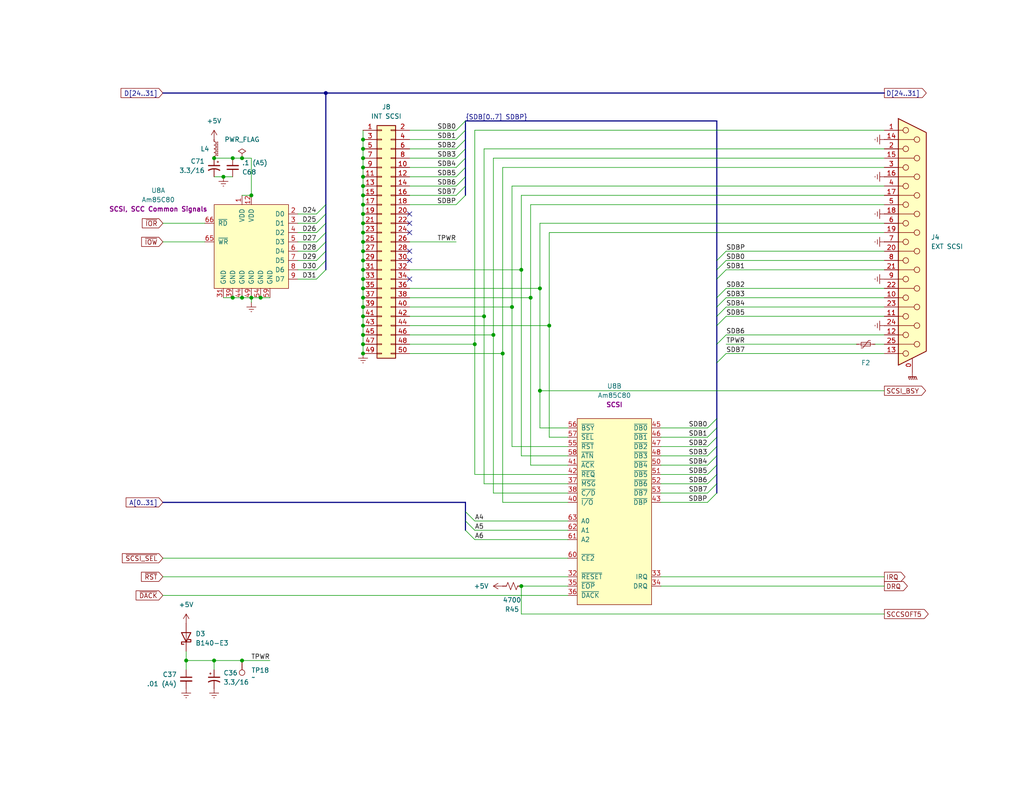
<source format=kicad_sch>
(kicad_sch (version 20250114) (generator "eeschema") (generator_version "9.0")
  (paper "USLetter")
  (title_block (title "Macintosh Classic II") (date "2025-05-29") (company "Apple Computer") (comment 1 "drawn by Bradley Bell"))
  (lib_symbols
    (symbol "Connector:DB25_Socket_MountingHoles" (pin_names (offset 1.016) (hide yes))
      (property "Reference" "J" (at 0 36.83 0))
      (property "Value" "DB25_Socket_MountingHoles" (at 0 34.925 0))
      (symbol "DB25_Socket_MountingHoles_0_1"
        (polyline (pts (xy -3.81 33.655) (xy 3.81 29.845) (xy 3.81 -29.845) (xy -3.81 -33.655) (xy -3.81 33.655)) (stroke (width 0.254)) (fill (type background)))
        (polyline (pts (xy -3.81 30.48) (xy -2.54 30.48)))
        (polyline (pts (xy -3.81 27.94) (xy 0.508 27.94)))
        (polyline (pts (xy -3.81 25.4) (xy -2.54 25.4)))
        (polyline (pts (xy -3.81 22.86) (xy 0.508 22.86)))
        (polyline (pts (xy -3.81 20.32) (xy -2.54 20.32)))
        (polyline (pts (xy -3.81 17.78) (xy 0.508 17.78)))
        (polyline (pts (xy -3.81 15.24) (xy -2.54 15.24)))
        (polyline (pts (xy -3.81 12.7) (xy 0.508 12.7)))
        (polyline (pts (xy -3.81 10.16) (xy -2.54 10.16)))
        (polyline (pts (xy -3.81 7.62) (xy 0.508 7.62)))
        (polyline (pts (xy -3.81 5.08) (xy -2.54 5.08)))
        (polyline (pts (xy -3.81 2.54) (xy 0.508 2.54)))
        (polyline (pts (xy -3.81 0) (xy -2.54 0)))
        (polyline (pts (xy -3.81 -2.54) (xy 0.508 -2.54)))
        (polyline (pts (xy -3.81 -5.08) (xy -2.54 -5.08)))
        (polyline (pts (xy -3.81 -7.62) (xy 0.508 -7.62)))
        (polyline (pts (xy -3.81 -10.16) (xy -2.54 -10.16)))
        (polyline (pts (xy -3.81 -12.7) (xy 0.508 -12.7)))
        (polyline (pts (xy -3.81 -15.24) (xy -2.54 -15.24)))
        (polyline (pts (xy -3.81 -17.78) (xy 0.508 -17.78)))
        (polyline (pts (xy -3.81 -20.32) (xy -2.54 -20.32)))
        (polyline (pts (xy -3.81 -22.86) (xy 0.508 -22.86)))
        (polyline (pts (xy -3.81 -25.4) (xy -2.54 -25.4)))
        (polyline (pts (xy -3.81 -27.94) (xy 0.508 -27.94)))
        (polyline (pts (xy -3.81 -30.48) (xy -2.54 -30.48)))
        (circle (center -1.778 30.48) (radius 0.762))
        (circle (center -1.778 25.4) (radius 0.762))
        (circle (center -1.778 20.32) (radius 0.762))
        (circle (center -1.778 15.24) (radius 0.762))
        (circle (center -1.778 10.16) (radius 0.762))
        (circle (center -1.778 5.08) (radius 0.762))
        (circle (center -1.778 0) (radius 0.762))
        (circle (center -1.778 -5.08) (radius 0.762))
        (circle (center -1.778 -10.16) (radius 0.762))
        (circle (center -1.778 -15.24) (radius 0.762))
        (circle (center -1.778 -20.32) (radius 0.762))
        (circle (center -1.778 -25.4) (radius 0.762))
        (circle (center -1.778 -30.48) (radius 0.762))
        (circle (center 1.27 27.94) (radius 0.762))
        (circle (center 1.27 22.86) (radius 0.762))
        (circle (center 1.27 17.78) (radius 0.762))
        (circle (center 1.27 12.7) (radius 0.762))
        (circle (center 1.27 7.62) (radius 0.762))
        (circle (center 1.27 2.54) (radius 0.762))
        (circle (center 1.27 -2.54) (radius 0.762))
        (circle (center 1.27 -7.62) (radius 0.762))
        (circle (center 1.27 -12.7) (radius 0.762))
        (circle (center 1.27 -17.78) (radius 0.762))
        (circle (center 1.27 -22.86) (radius 0.762))
        (circle (center 1.27 -27.94) (radius 0.762))
      )
      (symbol "DB25_Socket_MountingHoles_1_1"
        (pin passive line (at -7.62 30.48 0) (length 3.81) (name "1") (number "1"))
        (pin passive line (at -7.62 27.94 0) (length 3.81) (name "P14") (number "14"))
        (pin passive line (at -7.62 25.4 0) (length 3.81) (name "2") (number "2"))
        (pin passive line (at -7.62 22.86 0) (length 3.81) (name "P15") (number "15"))
        (pin passive line (at -7.62 20.32 0) (length 3.81) (name "3") (number "3"))
        (pin passive line (at -7.62 17.78 0) (length 3.81) (name "P16") (number "16"))
        (pin passive line (at -7.62 15.24 0) (length 3.81) (name "4") (number "4"))
        (pin passive line (at -7.62 12.7 0) (length 3.81) (name "P17") (number "17"))
        (pin passive line (at -7.62 10.16 0) (length 3.81) (name "5") (number "5"))
        (pin passive line (at -7.62 7.62 0) (length 3.81) (name "P18") (number "18"))
        (pin passive line (at -7.62 5.08 0) (length 3.81) (name "6") (number "6"))
        (pin passive line (at -7.62 2.54 0) (length 3.81) (name "P19") (number "19"))
        (pin passive line (at -7.62 0 0) (length 3.81) (name "7") (number "7"))
        (pin passive line (at -7.62 -2.54 0) (length 3.81) (name "P20") (number "20"))
        (pin passive line (at -7.62 -5.08 0) (length 3.81) (name "8") (number "8"))
        (pin passive line (at -7.62 -7.62 0) (length 3.81) (name "P21") (number "21"))
        (pin passive line (at -7.62 -10.16 0) (length 3.81) (name "9") (number "9"))
        (pin passive line (at -7.62 -12.7 0) (length 3.81) (name "P22") (number "22"))
        (pin passive line (at -7.62 -15.24 0) (length 3.81) (name "10") (number "10"))
        (pin passive line (at -7.62 -17.78 0) (length 3.81) (name "P23") (number "23"))
        (pin passive line (at -7.62 -20.32 0) (length 3.81) (name "11") (number "11"))
        (pin passive line (at -7.62 -22.86 0) (length 3.81) (name "P24") (number "24"))
        (pin passive line (at -7.62 -25.4 0) (length 3.81) (name "12") (number "12"))
        (pin passive line (at -7.62 -27.94 0) (length 3.81) (name "P25") (number "25"))
        (pin passive line (at -7.62 -30.48 0) (length 3.81) (name "13") (number "13"))
        (pin passive line (at 0 -35.56 90) (length 3.81) (name "PAD") (number "0"))
      )
    )
    (symbol "Connector:TestPoint" (pin_numbers (hide yes)) (pin_names (offset 0.762) (hide yes))
      (property "Reference" "TP" (at 0 6.858 0))
      (property "Value" "TestPoint" (at 0 5.08 0))
      (symbol "TestPoint_0_1"
        (circle (center 0 3.302) (radius 0.762))
      )
      (symbol "TestPoint_1_1"
        (pin passive line (at 0 0 90) (length 2.54) (name "1") (number "1"))
      )
    )
    (symbol "Connector_Generic:Conn_02x25_Odd_Even" (pin_names (offset 1.016) (hide yes))
      (property "Reference" "J" (at 1.27 33.02 0))
      (property "Value" "Conn_02x25_Odd_Even" (at 1.27 -33.02 0))
      (symbol "Conn_02x25_Odd_Even_1_1"
        (rectangle (start -1.27 31.75) (end 3.81 -31.75) (stroke (width 0.254)) (fill (type background)))
        (rectangle (start -1.27 30.607) (end 0 30.353) (stroke (width 0.1524)))
        (rectangle (start -1.27 28.067) (end 0 27.813) (stroke (width 0.1524)))
        (rectangle (start -1.27 25.527) (end 0 25.273) (stroke (width 0.1524)))
        (rectangle (start -1.27 22.987) (end 0 22.733) (stroke (width 0.1524)))
        (rectangle (start -1.27 20.447) (end 0 20.193) (stroke (width 0.1524)))
        (rectangle (start -1.27 17.907) (end 0 17.653) (stroke (width 0.1524)))
        (rectangle (start -1.27 15.367) (end 0 15.113) (stroke (width 0.1524)))
        (rectangle (start -1.27 12.827) (end 0 12.573) (stroke (width 0.1524)))
        (rectangle (start -1.27 10.287) (end 0 10.033) (stroke (width 0.1524)))
        (rectangle (start -1.27 7.747) (end 0 7.493) (stroke (width 0.1524)))
        (rectangle (start -1.27 5.207) (end 0 4.953) (stroke (width 0.1524)))
        (rectangle (start -1.27 2.667) (end 0 2.413) (stroke (width 0.1524)))
        (rectangle (start -1.27 0.127) (end 0 -0.127) (stroke (width 0.1524)))
        (rectangle (start -1.27 -2.413) (end 0 -2.667) (stroke (width 0.1524)))
        (rectangle (start -1.27 -4.953) (end 0 -5.207) (stroke (width 0.1524)))
        (rectangle (start -1.27 -7.493) (end 0 -7.747) (stroke (width 0.1524)))
        (rectangle (start -1.27 -10.033) (end 0 -10.287) (stroke (width 0.1524)))
        (rectangle (start -1.27 -12.573) (end 0 -12.827) (stroke (width 0.1524)))
        (rectangle (start -1.27 -15.113) (end 0 -15.367) (stroke (width 0.1524)))
        (rectangle (start -1.27 -17.653) (end 0 -17.907) (stroke (width 0.1524)))
        (rectangle (start -1.27 -20.193) (end 0 -20.447) (stroke (width 0.1524)))
        (rectangle (start -1.27 -22.733) (end 0 -22.987) (stroke (width 0.1524)))
        (rectangle (start -1.27 -25.273) (end 0 -25.527) (stroke (width 0.1524)))
        (rectangle (start -1.27 -27.813) (end 0 -28.067) (stroke (width 0.1524)))
        (rectangle (start -1.27 -30.353) (end 0 -30.607) (stroke (width 0.1524)))
        (rectangle (start 3.81 30.607) (end 2.54 30.353) (stroke (width 0.1524)))
        (rectangle (start 3.81 28.067) (end 2.54 27.813) (stroke (width 0.1524)))
        (rectangle (start 3.81 25.527) (end 2.54 25.273) (stroke (width 0.1524)))
        (rectangle (start 3.81 22.987) (end 2.54 22.733) (stroke (width 0.1524)))
        (rectangle (start 3.81 20.447) (end 2.54 20.193) (stroke (width 0.1524)))
        (rectangle (start 3.81 17.907) (end 2.54 17.653) (stroke (width 0.1524)))
        (rectangle (start 3.81 15.367) (end 2.54 15.113) (stroke (width 0.1524)))
        (rectangle (start 3.81 12.827) (end 2.54 12.573) (stroke (width 0.1524)))
        (rectangle (start 3.81 10.287) (end 2.54 10.033) (stroke (width 0.1524)))
        (rectangle (start 3.81 7.747) (end 2.54 7.493) (stroke (width 0.1524)))
        (rectangle (start 3.81 5.207) (end 2.54 4.953) (stroke (width 0.1524)))
        (rectangle (start 3.81 2.667) (end 2.54 2.413) (stroke (width 0.1524)))
        (rectangle (start 3.81 0.127) (end 2.54 -0.127) (stroke (width 0.1524)))
        (rectangle (start 3.81 -2.413) (end 2.54 -2.667) (stroke (width 0.1524)))
        (rectangle (start 3.81 -4.953) (end 2.54 -5.207) (stroke (width 0.1524)))
        (rectangle (start 3.81 -7.493) (end 2.54 -7.747) (stroke (width 0.1524)))
        (rectangle (start 3.81 -10.033) (end 2.54 -10.287) (stroke (width 0.1524)))
        (rectangle (start 3.81 -12.573) (end 2.54 -12.827) (stroke (width 0.1524)))
        (rectangle (start 3.81 -15.113) (end 2.54 -15.367) (stroke (width 0.1524)))
        (rectangle (start 3.81 -17.653) (end 2.54 -17.907) (stroke (width 0.1524)))
        (rectangle (start 3.81 -20.193) (end 2.54 -20.447) (stroke (width 0.1524)))
        (rectangle (start 3.81 -22.733) (end 2.54 -22.987) (stroke (width 0.1524)))
        (rectangle (start 3.81 -25.273) (end 2.54 -25.527) (stroke (width 0.1524)))
        (rectangle (start 3.81 -27.813) (end 2.54 -28.067) (stroke (width 0.1524)))
        (rectangle (start 3.81 -30.353) (end 2.54 -30.607) (stroke (width 0.1524)))
        (pin passive line (at -5.08 30.48 0) (length 3.81) (name "Pin_1") (number "1"))
        (pin passive line (at -5.08 27.94 0) (length 3.81) (name "Pin_3") (number "3"))
        (pin passive line (at -5.08 25.4 0) (length 3.81) (name "Pin_5") (number "5"))
        (pin passive line (at -5.08 22.86 0) (length 3.81) (name "Pin_7") (number "7"))
        (pin passive line (at -5.08 20.32 0) (length 3.81) (name "Pin_9") (number "9"))
        (pin passive line (at -5.08 17.78 0) (length 3.81) (name "Pin_11") (number "11"))
        (pin passive line (at -5.08 15.24 0) (length 3.81) (name "Pin_13") (number "13"))
        (pin passive line (at -5.08 12.7 0) (length 3.81) (name "Pin_15") (number "15"))
        (pin passive line (at -5.08 10.16 0) (length 3.81) (name "Pin_17") (number "17"))
        (pin passive line (at -5.08 7.62 0) (length 3.81) (name "Pin_19") (number "19"))
        (pin passive line (at -5.08 5.08 0) (length 3.81) (name "Pin_21") (number "21"))
        (pin passive line (at -5.08 2.54 0) (length 3.81) (name "Pin_23") (number "23"))
        (pin passive line (at -5.08 0 0) (length 3.81) (name "Pin_25") (number "25"))
        (pin passive line (at -5.08 -2.54 0) (length 3.81) (name "Pin_27") (number "27"))
        (pin passive line (at -5.08 -5.08 0) (length 3.81) (name "Pin_29") (number "29"))
        (pin passive line (at -5.08 -7.62 0) (length 3.81) (name "Pin_31") (number "31"))
        (pin passive line (at -5.08 -10.16 0) (length 3.81) (name "Pin_33") (number "33"))
        (pin passive line (at -5.08 -12.7 0) (length 3.81) (name "Pin_35") (number "35"))
        (pin passive line (at -5.08 -15.24 0) (length 3.81) (name "Pin_37") (number "37"))
        (pin passive line (at -5.08 -17.78 0) (length 3.81) (name "Pin_39") (number "39"))
        (pin passive line (at -5.08 -20.32 0) (length 3.81) (name "Pin_41") (number "41"))
        (pin passive line (at -5.08 -22.86 0) (length 3.81) (name "Pin_43") (number "43"))
        (pin passive line (at -5.08 -25.4 0) (length 3.81) (name "Pin_45") (number "45"))
        (pin passive line (at -5.08 -27.94 0) (length 3.81) (name "Pin_47") (number "47"))
        (pin passive line (at -5.08 -30.48 0) (length 3.81) (name "Pin_49") (number "49"))
        (pin passive line (at 7.62 30.48 180) (length 3.81) (name "Pin_2") (number "2"))
        (pin passive line (at 7.62 27.94 180) (length 3.81) (name "Pin_4") (number "4"))
        (pin passive line (at 7.62 25.4 180) (length 3.81) (name "Pin_6") (number "6"))
        (pin passive line (at 7.62 22.86 180) (length 3.81) (name "Pin_8") (number "8"))
        (pin passive line (at 7.62 20.32 180) (length 3.81) (name "Pin_10") (number "10"))
        (pin passive line (at 7.62 17.78 180) (length 3.81) (name "Pin_12") (number "12"))
        (pin passive line (at 7.62 15.24 180) (length 3.81) (name "Pin_14") (number "14"))
        (pin passive line (at 7.62 12.7 180) (length 3.81) (name "Pin_16") (number "16"))
        (pin passive line (at 7.62 10.16 180) (length 3.81) (name "Pin_18") (number "18"))
        (pin passive line (at 7.62 7.62 180) (length 3.81) (name "Pin_20") (number "20"))
        (pin passive line (at 7.62 5.08 180) (length 3.81) (name "Pin_22") (number "22"))
        (pin passive line (at 7.62 2.54 180) (length 3.81) (name "Pin_24") (number "24"))
        (pin passive line (at 7.62 0 180) (length 3.81) (name "Pin_26") (number "26"))
        (pin passive line (at 7.62 -2.54 180) (length 3.81) (name "Pin_28") (number "28"))
        (pin passive line (at 7.62 -5.08 180) (length 3.81) (name "Pin_30") (number "30"))
        (pin passive line (at 7.62 -7.62 180) (length 3.81) (name "Pin_32") (number "32"))
        (pin passive line (at 7.62 -10.16 180) (length 3.81) (name "Pin_34") (number "34"))
        (pin passive line (at 7.62 -12.7 180) (length 3.81) (name "Pin_36") (number "36"))
        (pin passive line (at 7.62 -15.24 180) (length 3.81) (name "Pin_38") (number "38"))
        (pin passive line (at 7.62 -17.78 180) (length 3.81) (name "Pin_40") (number "40"))
        (pin passive line (at 7.62 -20.32 180) (length 3.81) (name "Pin_42") (number "42"))
        (pin passive line (at 7.62 -22.86 180) (length 3.81) (name "Pin_44") (number "44"))
        (pin passive line (at 7.62 -25.4 180) (length 3.81) (name "Pin_46") (number "46"))
        (pin passive line (at 7.62 -27.94 180) (length 3.81) (name "Pin_48") (number "48"))
        (pin passive line (at 7.62 -30.48 180) (length 3.81) (name "Pin_50") (number "50"))
      )
    )
    (symbol "Device:C_Polarized_Small_US" (pin_numbers (hide yes)) (pin_names (offset 0.254) (hide yes))
      (property "Reference" "C" (at 0.254 1.778 0))
      (property "Value" "C_Polarized_Small_US" (at 0.254 -2.032 0))
      (symbol "C_Polarized_Small_US_0_1"
        (polyline (pts (xy -1.524 0.508) (xy 1.524 0.508)) (stroke (width 0.3048)))
        (polyline (pts (xy -1.27 1.524) (xy -0.762 1.524)))
        (polyline (pts (xy -1.016 1.27) (xy -1.016 1.778)))
        (arc (start -1.524 -0.762) (mid 0 -0.3734) (end 1.524 -0.762) (stroke (width 0.3048)))
      )
      (symbol "C_Polarized_Small_US_1_1"
        (pin passive line (at 0 2.54 270) (length 2.032) (name "~") (number "1"))
        (pin passive line (at 0 -2.54 90) (length 2.032) (name "~") (number "2"))
      )
    )
    (symbol "Device:C_Small" (pin_numbers (hide yes)) (pin_names (offset 0.254) (hide yes))
      (property "Reference" "C" (at 0.254 1.778 0))
      (property "Value" "C_Small" (at 0.254 -2.032 0))
      (symbol "C_Small_0_1"
        (polyline (pts (xy -1.524 0.508) (xy 1.524 0.508)) (stroke (width 0.3048)))
        (polyline (pts (xy -1.524 -0.508) (xy 1.524 -0.508)) (stroke (width 0.3302)))
      )
      (symbol "C_Small_1_1"
        (pin passive line (at 0 2.54 270) (length 2.032) (name "~") (number "1"))
        (pin passive line (at 0 -2.54 90) (length 2.032) (name "~") (number "2"))
      )
    )
    (symbol "Device:L_Ferrite_Small" (pin_numbers (hide yes)) (pin_names (offset 0.254) (hide yes))
      (property "Reference" "L" (at 1.27 1.016 0))
      (property "Value" "L_Ferrite_Small" (at 1.27 -1.27 0))
      (symbol "L_Ferrite_Small_0_1"
        (arc (start 0 2.032) (mid 0.5058 1.524) (end 0 1.016))
        (arc (start 0 1.016) (mid 0.5058 0.508) (end 0 0))
        (arc (start 0 0) (mid 0.5058 -0.508) (end 0 -1.016))
        (arc (start 0 -1.016) (mid 0.5058 -1.524) (end 0 -2.032))
        (polyline (pts (xy 0.762 1.651) (xy 0.762 1.905)))
        (polyline (pts (xy 0.762 1.143) (xy 0.762 1.397)))
        (polyline (pts (xy 0.762 0.635) (xy 0.762 0.889)))
        (polyline (pts (xy 0.762 0.127) (xy 0.762 0.381)))
        (polyline (pts (xy 0.762 -0.381) (xy 0.762 -0.127)))
        (polyline (pts (xy 0.762 -0.889) (xy 0.762 -0.635)))
        (polyline (pts (xy 0.762 -1.397) (xy 0.762 -1.143)))
        (polyline (pts (xy 0.762 -1.905) (xy 0.762 -1.651)))
        (polyline (pts (xy 1.016 1.905) (xy 1.016 1.651)))
        (polyline (pts (xy 1.016 1.397) (xy 1.016 1.143)))
        (polyline (pts (xy 1.016 0.889) (xy 1.016 0.635)))
        (polyline (pts (xy 1.016 0.381) (xy 1.016 0.127)))
        (polyline (pts (xy 1.016 -0.127) (xy 1.016 -0.381)))
        (polyline (pts (xy 1.016 -0.635) (xy 1.016 -0.889)))
        (polyline (pts (xy 1.016 -1.143) (xy 1.016 -1.397)))
        (polyline (pts (xy 1.016 -1.651) (xy 1.016 -1.905)))
      )
      (symbol "L_Ferrite_Small_1_1"
        (pin passive line (at 0 2.54 270) (length 0.508) (name "~") (number "1"))
        (pin passive line (at 0 -2.54 90) (length 0.508) (name "~") (number "2"))
      )
    )
    (symbol "Device:Polyfuse_Small" (pin_numbers (hide yes)) (pin_names (offset 0))
      (property "Reference" "F" (at -1.905 0 90))
      (property "Value" "Polyfuse_Small" (at 1.905 0 90))
      (symbol "Polyfuse_Small_0_1"
        (polyline (pts (xy -1.016 1.27) (xy -1.016 0.762) (xy 1.016 -0.762) (xy 1.016 -1.27)))
        (rectangle (start -0.508 1.27) (end 0.508 -1.27))
        (polyline (pts (xy 0 2.54) (xy 0 -2.54)))
      )
      (symbol "Polyfuse_Small_1_1"
        (pin passive line (at 0 2.54 270) (length 0.635) (name "~") (number "1"))
        (pin passive line (at 0 -2.54 90) (length 0.635) (name "~") (number "2"))
      )
    )
    (symbol "Device:R_Small_US" (pin_numbers (hide yes)) (pin_names (offset 0.254) (hide yes))
      (property "Reference" "R" (at 0.762 0.508 0))
      (property "Value" "R_Small_US" (at 0.762 -1.016 0))
      (symbol "R_Small_US_1_1"
        (polyline (pts (xy 0 1.524) (xy 1.016 1.143) (xy 0 0.762) (xy -1.016 0.381) (xy 0 0)))
        (polyline (pts (xy 0 0) (xy 1.016 -0.381) (xy 0 -0.762) (xy -1.016 -1.143) (xy 0 -1.524)))
        (pin passive line (at 0 2.54 270) (length 1.016) (name "~") (number "1"))
        (pin passive line (at 0 -2.54 90) (length 1.016) (name "~") (number "2"))
      )
    )
    (symbol "Diode:B140-E3" (pin_numbers (hide yes)) (pin_names (hide yes))
      (property "Reference" "D" (at 0 2.54 0))
      (property "Value" "B140-E3" (at 0 -2.54 0))
      (symbol "B140-E3_0_1"
        (polyline (pts (xy -1.905 0.635) (xy -1.905 1.27) (xy -1.27 1.27) (xy -1.27 -1.27) (xy -0.635 -1.27) (xy -0.635 -0.635)) (stroke (width 0.254)))
        (polyline (pts (xy 1.27 1.27) (xy 1.27 -1.27) (xy -1.27 0) (xy 1.27 1.27)) (stroke (width 0.254)))
        (polyline (pts (xy 1.27 0) (xy -1.27 0)))
      )
      (symbol "B140-E3_1_1"
        (pin passive line (at -3.81 0 0) (length 2.54) (name "K") (number "1"))
        (pin passive line (at 3.81 0 180) (length 2.54) (name "A") (number "2"))
      )
    )
    (symbol "MyInterface:Am85C80" (pin_names (offset 1.016))
      (property "Reference" "U" (at -8.89 26.924 0))
      (property "Value" "Am85C80" (at 11.684 26.924 0))
      (symbol "Am85C80_1_1"
        (rectangle (start -10.16 12.7) (end 10.16 -10.16) (fill (type background)))
        (pin input line (at -12.7 7.62 0) (length 2.54) (name "~{RD}") (number "66"))
        (pin input line (at -12.7 2.54 0) (length 2.54) (name "~{WR}") (number "65"))
        (pin power_in line (at -7.62 -12.7 90) (length 2.54) (name "GND") (number "31"))
        (pin power_in line (at -5.08 -12.7 90) (length 2.54) (name "GND") (number "39"))
        (pin power_in line (at -2.54 15.24 270) (length 2.54) (name "VDD") (number "1"))
        (pin power_in line (at -2.54 -12.7 90) (length 2.54) (name "GND") (number "44"))
        (pin power_in line (at 0 15.24 270) (length 2.54) (name "VDD") (number "12"))
        (pin power_in line (at 0 -12.7 90) (length 2.54) (name "GND") (number "49"))
        (pin power_in line (at 2.54 -12.7 90) (length 2.54) (name "GND") (number "54"))
        (pin power_in line (at 5.08 -12.7 90) (length 2.54) (name "GND") (number "59"))
        (pin bidirectional line (at 12.7 10.16 180) (length 2.54) (name "D0") (number "2"))
        (pin bidirectional line (at 12.7 7.62 180) (length 2.54) (name "D1") (number "3"))
        (pin bidirectional line (at 12.7 5.08 180) (length 2.54) (name "D2") (number "4"))
        (pin bidirectional line (at 12.7 2.54 180) (length 2.54) (name "D3") (number "5"))
        (pin bidirectional line (at 12.7 0 180) (length 2.54) (name "D4") (number "6"))
        (pin bidirectional line (at 12.7 -2.54 180) (length 2.54) (name "D5") (number "7"))
        (pin bidirectional line (at 12.7 -5.08 180) (length 2.54) (name "D6") (number "8"))
        (pin bidirectional line (at 12.7 -7.62 180) (length 2.54) (name "D7") (number "9"))
      )
      (symbol "Am85C80_2_1"
        (rectangle (start -10.16 25.4) (end 10.16 -25.4) (fill (type background)))
        (pin bidirectional line (at -12.7 22.86 0) (length 2.54) (name "~{BSY}") (number "56"))
        (pin bidirectional line (at -12.7 20.32 0) (length 2.54) (name "~{SEL}") (number "57"))
        (pin bidirectional line (at -12.7 17.78 0) (length 2.54) (name "~{RST}") (number "55"))
        (pin bidirectional line (at -12.7 15.24 0) (length 2.54) (name "~{ATN}") (number "58"))
        (pin bidirectional line (at -12.7 12.7 0) (length 2.54) (name "~{ACK}") (number "41"))
        (pin bidirectional line (at -12.7 10.16 0) (length 2.54) (name "~{REQ}") (number "42"))
        (pin bidirectional line (at -12.7 7.62 0) (length 2.54) (name "~{MSG}") (number "37"))
        (pin bidirectional line (at -12.7 5.08 0) (length 2.54) (name "~{C/D}") (number "38"))
        (pin bidirectional line (at -12.7 2.54 0) (length 2.54) (name "~{I/O}") (number "40"))
        (pin input line (at -12.7 -2.54 0) (length 2.54) (name "A0") (number "63"))
        (pin input line (at -12.7 -5.08 0) (length 2.54) (name "A1") (number "62"))
        (pin input line (at -12.7 -7.62 0) (length 2.54) (name "A2") (number "61"))
        (pin input line (at -12.7 -12.7 0) (length 2.54) (name "~{CE2}") (number "60"))
        (pin input line (at -12.7 -17.78 0) (length 2.54) (name "~{RESET}") (number "32"))
        (pin input line (at -12.7 -20.32 0) (length 2.54) (name "~{EOP}") (number "35"))
        (pin input line (at -12.7 -22.86 0) (length 2.54) (name "~{DACK}") (number "36"))
        (pin bidirectional line (at 12.7 22.86 180) (length 2.54) (name "~{DB0}") (number "45"))
        (pin bidirectional line (at 12.7 20.32 180) (length 2.54) (name "~{DB1}") (number "46"))
        (pin bidirectional line (at 12.7 17.78 180) (length 2.54) (name "~{DB2}") (number "47"))
        (pin bidirectional line (at 12.7 15.24 180) (length 2.54) (name "~{DB3}") (number "48"))
        (pin bidirectional line (at 12.7 12.7 180) (length 2.54) (name "~{DB4}") (number "50"))
        (pin bidirectional line (at 12.7 10.16 180) (length 2.54) (name "~{DB5}") (number "51"))
        (pin bidirectional line (at 12.7 7.62 180) (length 2.54) (name "~{DB6}") (number "52"))
        (pin bidirectional line (at 12.7 5.08 180) (length 2.54) (name "~{DB7}") (number "53"))
        (pin bidirectional line (at 12.7 2.54 180) (length 2.54) (name "~{DBP}") (number "43"))
        (pin output line (at 12.7 -17.78 180) (length 2.54) (name "IRQ") (number "33"))
        (pin output line (at 12.7 -20.32 180) (length 2.54) (name "DRQ") (number "34"))
      )
      (symbol "Am85C80_3_1"
        (rectangle (start -10.16 20.32) (end 10.16 -20.32) (stroke (width 0.254)) (fill (type background)))
        (pin input line (at -12.7 17.78 0) (length 2.54) (name "RxDA") (number "16"))
        (pin input line (at -12.7 15.24 0) (length 2.54) (name "~{RTxCA}") (number "15"))
        (pin input line (at -12.7 12.7 0) (length 2.54) (name "~{DCDA}") (number "21"))
        (pin bidirectional line (at -12.7 7.62 0) (length 2.54) (name "~{SYNCA}") (number "14"))
        (pin input line (at -12.7 2.54 0) (length 2.54) (name "RxDB") (number "28"))
        (pin input line (at -12.7 0 0) (length 2.54) (name "~{RTxCB}") (number "29"))
        (pin input line (at -12.7 -2.54 0) (length 2.54) (name "~{DCDB}") (number "23"))
        (pin input line (at -12.7 -7.62 0) (length 2.54) (name "A/~{B}") (number "68"))
        (pin input line (at -12.7 -10.16 0) (length 2.54) (name "D/~{C}") (number "67"))
        (pin input line (at -12.7 -12.7 0) (length 2.54) (name "~{CE1}") (number "64"))
        (pin input clock (at -12.7 -15.24 0) (length 2.54) (name "PCLK") (number "22"))
        (pin input line (at -12.7 -17.78 0) (length 2.54) (name "~{INTACK}") (number "11"))
        (pin output line (at 12.7 17.78 180) (length 2.54) (name "TxDA") (number "18"))
        (pin bidirectional line (at 12.7 15.24 180) (length 2.54) (name "~{TRxCA}") (number "17"))
        (pin open_collector line (at 12.7 12.7 180) (length 2.54) (name "~{W/REQA}") (number "13"))
        (pin output line (at 12.7 10.16 180) (length 2.54) (name "~{DTR/REQA}") (number "19"))
        (pin output line (at 12.7 7.62 180) (length 2.54) (name "~{RTSA}") (number "20"))
        (pin output line (at 12.7 2.54 180) (length 2.54) (name "TxDB") (number "26"))
        (pin bidirectional line (at 12.7 0 180) (length 2.54) (name "~{TRxCB}") (number "27"))
        (pin open_collector line (at 12.7 -2.54 180) (length 2.54) (name "~{W/REQB}") (number "30"))
        (pin output line (at 12.7 -5.08 180) (length 2.54) (name "~{DTR/REQB}") (number "25"))
        (pin output line (at 12.7 -7.62 180) (length 2.54) (name "~{RTSB}") (number "24"))
        (pin open_collector line (at 12.7 -17.78 180) (length 2.54) (name "~{INT}") (number "10"))
      )
    )
    (symbol "power:+5V" (power) (pin_numbers (hide yes)) (pin_names (offset 0) (hide yes))
      (property "Value" "+5V" (at 0 3.556 0))
      (symbol "+5V_0_1"
        (polyline (pts (xy -0.762 1.27) (xy 0 2.54)))
        (polyline (pts (xy 0 2.54) (xy 0.762 1.27)))
        (polyline (pts (xy 0 0) (xy 0 2.54)))
      )
      (symbol "+5V_1_1"
        (pin power_in line (at 0 0 90) (length 0) (name "~") (number "1"))
      )
    )
    (symbol "power:GNDPWR" (power) (pin_numbers (hide yes)) (pin_names (offset 0) (hide yes))
      (property "Value" "GNDPWR" (at 0 -3.302 0))
      (symbol "GNDPWR_0_1"
        (polyline (pts (xy -1.016 -1.27) (xy -1.27 -2.032) (xy -1.27 -2.032)) (stroke (width 0.2032)))
        (polyline (pts (xy -0.508 -1.27) (xy -0.762 -2.032) (xy -0.762 -2.032)) (stroke (width 0.2032)))
        (polyline (pts (xy 0 -1.27) (xy 0 0)))
        (polyline (pts (xy 0 -1.27) (xy -0.254 -2.032) (xy -0.254 -2.032)) (stroke (width 0.2032)))
        (polyline (pts (xy 0.508 -1.27) (xy 0.254 -2.032) (xy 0.254 -2.032)) (stroke (width 0.2032)))
        (polyline (pts (xy 1.016 -1.27) (xy -1.016 -1.27) (xy -1.016 -1.27)) (stroke (width 0.2032)))
        (polyline (pts (xy 1.016 -1.27) (xy 0.762 -2.032) (xy 0.762 -2.032) (xy 0.762 -2.032)) (stroke (width 0.2032)))
      )
      (symbol "GNDPWR_1_1"
        (pin power_in line (at 0 0 270) (length 0) (name "~") (number "1"))
      )
    )
    (symbol "power:GNDREF" (power) (pin_numbers (hide yes)) (pin_names (offset 0) (hide yes))
      (property "Value" "GNDREF" (at 0 -3.81 0))
      (symbol "GNDREF_0_1"
        (polyline (pts (xy -0.635 -1.905) (xy 0.635 -1.905)))
        (polyline (pts (xy -0.127 -2.54) (xy 0.127 -2.54)))
        (polyline (pts (xy 0 -1.27) (xy 0 0)))
        (polyline (pts (xy 1.27 -1.27) (xy -1.27 -1.27)))
      )
      (symbol "GNDREF_1_1"
        (pin power_in line (at 0 0 270) (length 0) (name "~") (number "1"))
      )
    )
    (symbol "power:PWR_FLAG" (power) (pin_numbers (hide yes)) (pin_names (offset 0) (hide yes))
      (property "Value" "PWR_FLAG" (at 0 3.81 0))
      (symbol "PWR_FLAG_0_0"
        (pin power_out line (at 0 0 90) (length 0) (name "~") (number "1"))
      )
      (symbol "PWR_FLAG_0_1"
        (polyline (pts (xy 0 0) (xy 0 1.27) (xy -1.016 1.905) (xy 0 2.54) (xy 1.016 1.905) (xy 0 1.27)))
      )
    )
  )
  (junction (at 99.06 96.52))
  (junction (at 71.12 81.28))
  (junction (at 68.58 81.28))
  (junction (at 139.7 83.82))
  (junction (at 99.06 73.66))
  (junction (at 137.16 96.52))
  (junction (at 99.06 63.5))
  (junction (at 99.06 81.28))
  (junction (at 99.06 86.36))
  (junction (at 99.06 40.64))
  (junction (at 99.06 60.96))
  (junction (at 58.42 43.18))
  (junction (at 147.32 78.74))
  (junction (at 63.5 81.28))
  (junction (at 99.06 71.12))
  (junction (at 132.08 86.36))
  (junction (at 99.06 38.1))
  (junction (at 63.5 43.18))
  (junction (at 66.04 180.34))
  (junction (at 99.06 43.18))
  (junction (at 66.04 81.28))
  (junction (at 99.06 58.42))
  (junction (at 99.06 66.04))
  (junction (at 134.62 91.44))
  (junction (at 99.06 55.88))
  (junction (at 129.54 93.98))
  (junction (at 99.06 83.82))
  (junction (at 68.58 53.34))
  (junction (at 142.24 160.02))
  (junction (at 99.06 53.34))
  (junction (at 99.06 91.44))
  (junction (at 60.96 48.26))
  (junction (at 99.06 45.72))
  (junction (at 66.04 43.18))
  (junction (at 99.06 76.2))
  (junction (at 99.06 88.9))
  (junction (at 50.8 180.34))
  (junction (at 58.42 180.34))
  (junction (at 99.06 68.58))
  (junction (at 147.32 106.68))
  (junction (at 99.06 50.8))
  (junction (at 99.06 48.26))
  (junction (at 99.06 78.74))
  (junction (at 88.9 25.4))
  (junction (at 144.78 81.28))
  (junction (at 142.24 73.66))
  (junction (at 99.06 93.98))
  (junction (at 149.86 88.9))
  (no_connect (at 111.76 68.58))
  (no_connect (at 111.76 58.42))
  (no_connect (at 111.76 63.5))
  (no_connect (at 111.76 60.96))
  (no_connect (at 111.76 76.2))
  (no_connect (at 111.76 71.12))
  (bus_entry (at 124.46 35.56) (size 2.54 -2.54))
  (bus_entry (at 193.04 121.92) (size 2.54 -2.54))
  (bus_entry (at 86.36 66.04) (size 2.54 -2.54))
  (bus_entry (at 195.58 71.12) (size 2.54 -2.54))
  (bus_entry (at 193.04 129.54) (size 2.54 -2.54))
  (bus_entry (at 124.46 43.18) (size 2.54 -2.54))
  (bus_entry (at 124.46 53.34) (size 2.54 -2.54))
  (bus_entry (at 193.04 119.38) (size 2.54 -2.54))
  (bus_entry (at 124.46 55.88) (size 2.54 -2.54))
  (bus_entry (at 124.46 40.64) (size 2.54 -2.54))
  (bus_entry (at 195.58 81.28) (size 2.54 -2.54))
  (bus_entry (at 193.04 127) (size 2.54 -2.54))
  (bus_entry (at 127 144.78) (size 2.54 2.54))
  (bus_entry (at 195.58 86.36) (size 2.54 -2.54))
  (bus_entry (at 127 142.24) (size 2.54 2.54))
  (bus_entry (at 86.36 71.12) (size 2.54 -2.54))
  (bus_entry (at 195.58 76.2) (size 2.54 -2.54))
  (bus_entry (at 86.36 60.96) (size 2.54 -2.54))
  (bus_entry (at 193.04 124.46) (size 2.54 -2.54))
  (bus_entry (at 195.58 88.9) (size 2.54 -2.54))
  (bus_entry (at 193.04 132.08) (size 2.54 -2.54))
  (bus_entry (at 86.36 73.66) (size 2.54 -2.54))
  (bus_entry (at 195.58 99.06) (size 2.54 -2.54))
  (bus_entry (at 127 139.7) (size 2.54 2.54))
  (bus_entry (at 195.58 73.66) (size 2.54 -2.54))
  (bus_entry (at 86.36 58.42) (size 2.54 -2.54))
  (bus_entry (at 124.46 38.1) (size 2.54 -2.54))
  (bus_entry (at 86.36 68.58) (size 2.54 -2.54))
  (bus_entry (at 124.46 50.8) (size 2.54 -2.54))
  (bus_entry (at 124.46 45.72) (size 2.54 -2.54))
  (bus_entry (at 124.46 48.26) (size 2.54 -2.54))
  (bus_entry (at 86.36 63.5) (size 2.54 -2.54))
  (bus_entry (at 195.58 93.98) (size 2.54 -2.54))
  (bus_entry (at 193.04 116.84) (size 2.54 -2.54))
  (bus_entry (at 86.36 76.2) (size 2.54 -2.54))
  (bus_entry (at 193.04 134.62) (size 2.54 -2.54))
  (bus_entry (at 195.58 83.82) (size 2.54 -2.54))
  (bus_entry (at 193.04 137.16) (size 2.54 -2.54))
  (bus (pts (xy 127 35.56) (xy 127 33.02)))
  (wire (pts (xy 99.06 86.36) (xy 99.06 83.82)))
  (wire (pts (xy 44.45 152.4) (xy 154.94 152.4)))
  (bus (pts (xy 88.9 71.12) (xy 88.9 68.58)))
  (wire (pts (xy 154.94 129.54) (xy 129.54 129.54)))
  (bus (pts (xy 195.58 76.2) (xy 195.58 81.28)))
  (bus (pts (xy 195.58 132.08) (xy 195.58 134.62)))
  (wire (pts (xy 149.86 88.9) (xy 149.86 119.38)))
  (wire (pts (xy 193.04 134.62) (xy 180.34 134.62)))
  (wire (pts (xy 193.04 127) (xy 180.34 127)))
  (bus (pts (xy 195.58 83.82) (xy 195.58 86.36)))
  (wire (pts (xy 111.76 78.74) (xy 147.32 78.74)))
  (wire (pts (xy 132.08 40.64) (xy 241.3 40.64)))
  (wire (pts (xy 198.12 83.82) (xy 241.3 83.82)))
  (wire (pts (xy 99.06 88.9) (xy 99.06 86.36)))
  (wire (pts (xy 241.3 160.02) (xy 180.34 160.02)))
  (wire (pts (xy 81.28 58.42) (xy 86.36 58.42)))
  (wire (pts (xy 99.06 78.74) (xy 99.06 76.2)))
  (wire (pts (xy 81.28 68.58) (xy 86.36 68.58)))
  (wire (pts (xy 81.28 63.5) (xy 86.36 63.5)))
  (bus (pts (xy 127 53.34) (xy 127 50.8)))
  (bus (pts (xy 88.9 66.04) (xy 88.9 63.5)))
  (wire (pts (xy 132.08 86.36) (xy 132.08 132.08)))
  (wire (pts (xy 111.76 81.28) (xy 144.78 81.28)))
  (wire (pts (xy 111.76 53.34) (xy 124.46 53.34)))
  (wire (pts (xy 99.06 40.64) (xy 99.06 38.1)))
  (wire (pts (xy 142.24 73.66) (xy 142.24 124.46)))
  (bus (pts (xy 44.45 137.16) (xy 127 137.16)))
  (bus (pts (xy 195.58 99.06) (xy 195.58 114.3)))
  (wire (pts (xy 99.06 48.26) (xy 99.06 45.72)))
  (wire (pts (xy 68.58 43.18) (xy 68.58 53.34)))
  (bus (pts (xy 195.58 127) (xy 195.58 129.54)))
  (wire (pts (xy 134.62 43.18) (xy 134.62 91.44)))
  (wire (pts (xy 193.04 137.16) (xy 180.34 137.16)))
  (wire (pts (xy 66.04 180.34) (xy 58.42 180.34)))
  (wire (pts (xy 129.54 142.24) (xy 154.94 142.24)))
  (wire (pts (xy 44.45 162.56) (xy 154.94 162.56)))
  (wire (pts (xy 99.06 93.98) (xy 99.06 91.44)))
  (wire (pts (xy 142.24 124.46) (xy 154.94 124.46)))
  (wire (pts (xy 99.06 68.58) (xy 99.06 66.04)))
  (wire (pts (xy 129.54 129.54) (xy 129.54 93.98)))
  (wire (pts (xy 99.06 91.44) (xy 99.06 88.9)))
  (wire (pts (xy 81.28 76.2) (xy 86.36 76.2)))
  (bus (pts (xy 195.58 88.9) (xy 195.58 93.98)))
  (wire (pts (xy 198.12 68.58) (xy 241.3 68.58)))
  (wire (pts (xy 139.7 50.8) (xy 139.7 83.82)))
  (wire (pts (xy 149.86 63.5) (xy 149.86 88.9)))
  (wire (pts (xy 129.54 147.32) (xy 154.94 147.32)))
  (wire (pts (xy 139.7 50.8) (xy 241.3 50.8)))
  (wire (pts (xy 241.3 43.18) (xy 134.62 43.18)))
  (wire (pts (xy 129.54 144.78) (xy 154.94 144.78)))
  (wire (pts (xy 241.3 63.5) (xy 149.86 63.5)))
  (wire (pts (xy 198.12 96.52) (xy 241.3 96.52)))
  (wire (pts (xy 193.04 119.38) (xy 180.34 119.38)))
  (wire (pts (xy 137.16 45.72) (xy 241.3 45.72)))
  (wire (pts (xy 99.06 96.52) (xy 99.06 93.98)))
  (wire (pts (xy 99.06 63.5) (xy 99.06 60.96)))
  (wire (pts (xy 99.06 83.82) (xy 99.06 81.28)))
  (wire (pts (xy 99.06 71.12) (xy 99.06 68.58)))
  (wire (pts (xy 198.12 78.74) (xy 241.3 78.74)))
  (wire (pts (xy 193.04 116.84) (xy 180.34 116.84)))
  (wire (pts (xy 99.06 76.2) (xy 99.06 73.66)))
  (wire (pts (xy 144.78 81.28) (xy 144.78 55.88)))
  (wire (pts (xy 198.12 86.36) (xy 241.3 86.36)))
  (bus (pts (xy 195.58 121.92) (xy 195.58 124.46)))
  (wire (pts (xy 50.8 180.34) (xy 50.8 177.8)))
  (bus (pts (xy 195.58 129.54) (xy 195.58 132.08)))
  (wire (pts (xy 111.76 93.98) (xy 129.54 93.98)))
  (wire (pts (xy 193.04 124.46) (xy 180.34 124.46)))
  (wire (pts (xy 111.76 35.56) (xy 124.46 35.56)))
  (wire (pts (xy 142.24 73.66) (xy 142.24 53.34)))
  (wire (pts (xy 99.06 38.1) (xy 99.06 35.56)))
  (wire (pts (xy 147.32 78.74) (xy 147.32 60.96)))
  (wire (pts (xy 142.24 160.02) (xy 154.94 160.02)))
  (bus (pts (xy 195.58 124.46) (xy 195.58 127)))
  (wire (pts (xy 58.42 43.18) (xy 63.5 43.18)))
  (wire (pts (xy 81.28 73.66) (xy 86.36 73.66)))
  (wire (pts (xy 73.66 81.28) (xy 71.12 81.28)))
  (wire (pts (xy 111.76 50.8) (xy 124.46 50.8)))
  (wire (pts (xy 139.7 121.92) (xy 139.7 83.82)))
  (wire (pts (xy 44.45 66.04) (xy 55.88 66.04)))
  (bus (pts (xy 195.58 86.36) (xy 195.58 88.9)))
  (wire (pts (xy 73.66 180.34) (xy 66.04 180.34)))
  (bus (pts (xy 195.58 114.3) (xy 195.58 116.84)))
  (bus (pts (xy 44.45 25.4) (xy 88.9 25.4)))
  (wire (pts (xy 68.58 81.28) (xy 71.12 81.28)))
  (wire (pts (xy 198.12 93.98) (xy 233.68 93.98)))
  (bus (pts (xy 88.9 63.5) (xy 88.9 60.96)))
  (wire (pts (xy 63.5 48.26) (xy 60.96 48.26)))
  (wire (pts (xy 154.94 121.92) (xy 139.7 121.92)))
  (wire (pts (xy 134.62 134.62) (xy 154.94 134.62)))
  (wire (pts (xy 144.78 81.28) (xy 144.78 127)))
  (wire (pts (xy 137.16 137.16) (xy 137.16 96.52)))
  (wire (pts (xy 132.08 132.08) (xy 154.94 132.08)))
  (bus (pts (xy 127 139.7) (xy 127 142.24)))
  (wire (pts (xy 111.76 88.9) (xy 149.86 88.9)))
  (bus (pts (xy 195.58 33.02) (xy 195.58 71.12)))
  (wire (pts (xy 44.45 157.48) (xy 154.94 157.48)))
  (wire (pts (xy 99.06 43.18) (xy 99.06 40.64)))
  (wire (pts (xy 137.16 96.52) (xy 137.16 45.72)))
  (bus (pts (xy 88.9 73.66) (xy 88.9 71.12)))
  (wire (pts (xy 66.04 43.18) (xy 68.58 43.18)))
  (wire (pts (xy 44.45 60.96) (xy 55.88 60.96)))
  (wire (pts (xy 111.76 73.66) (xy 142.24 73.66)))
  (wire (pts (xy 124.46 66.04) (xy 111.76 66.04)))
  (wire (pts (xy 147.32 60.96) (xy 241.3 60.96)))
  (wire (pts (xy 68.58 82.55) (xy 68.58 81.28)))
  (bus (pts (xy 127 137.16) (xy 127 139.7)))
  (bus (pts (xy 195.58 81.28) (xy 195.58 83.82)))
  (bus (pts (xy 127 40.64) (xy 127 38.1)))
  (wire (pts (xy 154.94 137.16) (xy 137.16 137.16)))
  (wire (pts (xy 111.76 83.82) (xy 139.7 83.82)))
  (wire (pts (xy 81.28 66.04) (xy 86.36 66.04)))
  (wire (pts (xy 193.04 132.08) (xy 180.34 132.08)))
  (wire (pts (xy 147.32 106.68) (xy 147.32 78.74)))
  (wire (pts (xy 129.54 35.56) (xy 241.3 35.56)))
  (wire (pts (xy 132.08 86.36) (xy 132.08 40.64)))
  (wire (pts (xy 60.96 48.26) (xy 58.42 48.26)))
  (bus (pts (xy 195.58 71.12) (xy 195.58 73.66)))
  (wire (pts (xy 99.06 66.04) (xy 99.06 63.5)))
  (wire (pts (xy 198.12 91.44) (xy 241.3 91.44)))
  (wire (pts (xy 198.12 71.12) (xy 241.3 71.12)))
  (wire (pts (xy 99.06 50.8) (xy 99.06 48.26)))
  (wire (pts (xy 198.12 81.28) (xy 241.3 81.28)))
  (bus (pts (xy 241.3 25.4) (xy 88.9 25.4)))
  (wire (pts (xy 142.24 167.64) (xy 241.3 167.64)))
  (bus (pts (xy 127 43.18) (xy 127 40.64)))
  (bus (pts (xy 127 48.26) (xy 127 45.72)))
  (bus (pts (xy 195.58 93.98) (xy 195.58 99.06)))
  (wire (pts (xy 99.06 53.34) (xy 99.06 50.8)))
  (bus (pts (xy 88.9 68.58) (xy 88.9 66.04)))
  (wire (pts (xy 144.78 127) (xy 154.94 127)))
  (wire (pts (xy 142.24 160.02) (xy 142.24 167.64)))
  (wire (pts (xy 58.42 180.34) (xy 58.42 182.88)))
  (wire (pts (xy 149.86 119.38) (xy 154.94 119.38)))
  (wire (pts (xy 111.76 48.26) (xy 124.46 48.26)))
  (bus (pts (xy 127 142.24) (xy 127 144.78)))
  (wire (pts (xy 81.28 71.12) (xy 86.36 71.12)))
  (wire (pts (xy 99.06 55.88) (xy 99.06 53.34)))
  (wire (pts (xy 144.78 55.88) (xy 241.3 55.88)))
  (wire (pts (xy 58.42 180.34) (xy 50.8 180.34)))
  (wire (pts (xy 134.62 91.44) (xy 111.76 91.44)))
  (wire (pts (xy 111.76 43.18) (xy 124.46 43.18)))
  (wire (pts (xy 198.12 73.66) (xy 241.3 73.66)))
  (wire (pts (xy 99.06 81.28) (xy 99.06 78.74)))
  (bus (pts (xy 127 45.72) (xy 127 43.18)))
  (wire (pts (xy 241.3 157.48) (xy 180.34 157.48)))
  (wire (pts (xy 99.06 73.66) (xy 99.06 71.12)))
  (wire (pts (xy 147.32 116.84) (xy 147.32 106.68)))
  (bus (pts (xy 88.9 58.42) (xy 88.9 55.88)))
  (bus (pts (xy 195.58 116.84) (xy 195.58 119.38)))
  (wire (pts (xy 134.62 91.44) (xy 134.62 134.62)))
  (bus (pts (xy 127 50.8) (xy 127 48.26)))
  (wire (pts (xy 111.76 40.64) (xy 124.46 40.64)))
  (wire (pts (xy 129.54 93.98) (xy 129.54 35.56)))
  (wire (pts (xy 111.76 96.52) (xy 137.16 96.52)))
  (wire (pts (xy 193.04 121.92) (xy 180.34 121.92)))
  (wire (pts (xy 81.28 60.96) (xy 86.36 60.96)))
  (bus (pts (xy 195.58 119.38) (xy 195.58 121.92)))
  (wire (pts (xy 68.58 53.34) (xy 66.04 53.34)))
  (bus (pts (xy 127 38.1) (xy 127 35.56)))
  (wire (pts (xy 238.76 93.98) (xy 241.3 93.98)))
  (wire (pts (xy 154.94 116.84) (xy 147.32 116.84)))
  (wire (pts (xy 142.24 53.34) (xy 241.3 53.34)))
  (wire (pts (xy 111.76 45.72) (xy 124.46 45.72)))
  (bus (pts (xy 88.9 55.88) (xy 88.9 25.4)))
  (wire (pts (xy 63.5 81.28) (xy 60.96 81.28)))
  (wire (pts (xy 99.06 58.42) (xy 99.06 55.88)))
  (wire (pts (xy 147.32 106.68) (xy 241.3 106.68)))
  (bus (pts (xy 127 33.02) (xy 195.58 33.02)))
  (wire (pts (xy 66.04 81.28) (xy 68.58 81.28)))
  (wire (pts (xy 111.76 55.88) (xy 124.46 55.88)))
  (wire (pts (xy 193.04 129.54) (xy 180.34 129.54)))
  (wire (pts (xy 99.06 60.96) (xy 99.06 58.42)))
  (wire (pts (xy 111.76 86.36) (xy 132.08 86.36)))
  (wire (pts (xy 99.06 45.72) (xy 99.06 43.18)))
  (bus (pts (xy 195.58 73.66) (xy 195.58 76.2)))
  (wire (pts (xy 50.8 180.34) (xy 50.8 182.88)))
  (wire (pts (xy 66.04 81.28) (xy 63.5 81.28)))
  (wire (pts (xy 111.76 38.1) (xy 124.46 38.1)))
  (bus (pts (xy 88.9 60.96) (xy 88.9 58.42)))
  (wire (pts (xy 63.5 43.18) (xy 66.04 43.18)))
  (label "SDB0" (at 198.12 71.12 0))
  (label "SDB6" (at 193.04 132.08 180))
  (label "D24" (at 86.36 58.42 180))
  (label "D29" (at 86.36 71.12 180))
  (label "TPWR" (at 73.66 180.34 180))
  (label "D31" (at 86.36 76.2 180))
  (label "SDB7" (at 124.46 53.34 180))
  (label "SDB0" (at 193.04 116.84 180))
  (label "D28" (at 86.36 68.58 180))
  (label "SDB3" (at 124.46 43.18 180))
  (label "A5" (at 129.54 144.78 0))
  (label "SDB2" (at 198.12 78.74 0))
  (label "SDB5" (at 198.12 86.36 0))
  (label "{SDB[0..7] SDBP}" (at 127 33.02 0))
  (label "SDBP" (at 124.46 55.88 180))
  (label "SDB2" (at 193.04 121.92 180))
  (label "SDB1" (at 193.04 119.38 180))
  (label "SDB5" (at 124.46 48.26 180))
  (label "D30" (at 86.36 73.66 180))
  (label "D25" (at 86.36 60.96 180))
  (label "SDB6" (at 124.46 50.8 180))
  (label "A4" (at 129.54 142.24 0))
  (label "SDB1" (at 124.46 38.1 180))
  (label "TPWR" (at 198.12 93.98 0))
  (label "SDBP" (at 198.12 68.58 0))
  (label "SDB1" (at 198.12 73.66 0))
  (label "SDB6" (at 198.12 91.44 0))
  (label "TPWR" (at 124.46 66.04 180))
  (label "SDB5" (at 193.04 129.54 180))
  (label "D27" (at 86.36 66.04 180))
  (label "SDB7" (at 193.04 134.62 180))
  (label "SDB3" (at 193.04 124.46 180))
  (label "SDB4" (at 198.12 83.82 0))
  (label "SDB3" (at 198.12 81.28 0))
  (label "SDB4" (at 124.46 45.72 180))
  (label "SDBP" (at 193.04 137.16 180))
  (label "A6" (at 129.54 147.32 0))
  (label "SDB4" (at 193.04 127 180))
  (label "D26" (at 86.36 63.5 180))
  (label "SDB7" (at 198.12 96.52 0))
  (label "SDB2" (at 124.46 40.64 180))
  (label "SDB0" (at 124.46 35.56 180))
  (global_label "~{SCSI_SEL}" (shape input) (at 44.45 152.4 180) (property "Intersheetrefs" "${INTERSHEET_REFS}" (at 32.8168 152.4 0) (effects (justify right))))
  (global_label "A[0..31]" (shape input) (at 44.45 137.16 180) (property "Intersheetrefs" "${INTERSHEET_REFS}" (at 33.8447 137.16 0) (effects (justify right))))
  (global_label "~{RST}" (shape input) (at 44.45 157.48 180) (property "Intersheetrefs" "${INTERSHEET_REFS}" (at 38.0177 157.48 0) (effects (justify right))))
  (global_label "~{DACK}" (shape input) (at 44.45 162.56 180) (property "Intersheetrefs" "${INTERSHEET_REFS}" (at 36.5662 162.56 0) (effects (justify right))))
  (global_label "D[24..31]" (shape input) (at 44.45 25.4 180) (property "Intersheetrefs" "${INTERSHEET_REFS}" (at 32.4538 25.4 0) (effects (justify right))))
  (global_label "SCCSOFT5" (shape output) (at 241.3 167.64 0) (property "Intersheetrefs" "${INTERSHEET_REFS}" (at 253.8404 167.64 0) (effects (justify left))))
  (global_label "IRQ" (shape output) (at 241.3 157.48 0) (property "Intersheetrefs" "${INTERSHEET_REFS}" (at 247.4905 157.48 0) (effects (justify left))))
  (global_label "~{IOR}" (shape input) (at 44.45 60.96 180) (property "Intersheetrefs" "${INTERSHEET_REFS}" (at 38.2595 60.96 0) (effects (justify right))))
  (global_label "SCSI_BSY" (shape output) (at 241.3 106.68 0) (property "Intersheetrefs" "${INTERSHEET_REFS}" (at 253.1147 106.68 0) (effects (justify left))))
  (global_label "D[24..31]" (shape output) (at 241.3 25.4 0) (property "Intersheetrefs" "${INTERSHEET_REFS}" (at 253.2962 25.4 0) (effects (justify left))))
  (global_label "~{IOW}" (shape input) (at 44.45 66.04 180) (property "Intersheetrefs" "${INTERSHEET_REFS}" (at 38.0781 66.04 0) (effects (justify right))))
  (global_label "DRQ" (shape output) (at 241.3 160.02 0) (property "Intersheetrefs" "${INTERSHEET_REFS}" (at 248.1557 160.02 0) (effects (justify left))))
  (symbol (lib_id "power:GNDREF") (at 241.3 38.1 270) (mirror x) (unit 1)
    (property "Reference" "#PWR0137" (effects (hide yes)))
    (property "Value" "GND" (effects (hide yes)))
    (property "Description" "Power symbol creates a global label with name \"GNDREF\" , reference supply ground" (effects (hide yes)))
  )
  (symbol (lib_id "power:GNDREF") (at 241.3 88.9 270) (mirror x) (unit 1)
    (property "Reference" "#PWR0142" (effects (hide yes)))
    (property "Value" "GND" (effects (hide yes)))
    (property "Description" "Power symbol creates a global label with name \"GNDREF\" , reference supply ground" (effects (hide yes)))
  )
  (symbol (lib_id "Device:Polyfuse_Small") (at 236.22 93.98 270) (unit 1)
    (property "Reference" "F2" (at 236.22 99.06 90))
    (property "Value" "Polyfuse_Small" (effects (hide yes)))
    (property "Footprint" "MyPackage:Fuse_2512_6332Metric_Pad2.54x2.54mm_HandSolder" (effects (hide yes)))
    (property "Description" "Resettable fuse, polymeric positive temperature coefficient, small symbol" (effects (hide yes)))
  )
  (symbol (lib_id "Device:C_Small") (at 50.8 185.42 0) (unit 1)
    (property "Reference" "C37" (at 48.26 184.1562 0) (effects (justify right)))
    (property "Value" ".01 (A4)" (at 48.26 186.6962 0) (effects (justify right)))
    (property "Footprint" "MyPackage:SMD_0603_1608Metric_Pad1.52x1.02mm" (effects (hide yes)))
    (property "Description" "Unpolarized capacitor, small symbol" (effects (hide yes)))
  )
  (symbol (lib_id "power:GNDREF") (at 60.96 48.26 0) (mirror y) (unit 1)
    (property "Reference" "#PWR0104" (effects (hide yes)))
    (property "Value" "GND" (effects (hide yes)))
    (property "Description" "Power symbol creates a global label with name \"GNDREF\" , reference supply ground" (effects (hide yes)))
  )
  (symbol (lib_id "Connector:DB25_Socket_MountingHoles") (at 248.92 66.04 0) (unit 1)
    (property "Reference" "J4" (at 254 64.7699 0) (effects (justify left)))
    (property "Value" "EXT SCSI" (at 254 67.3099 0) (effects (justify left)))
    (property "Footprint" "Connector_Dsub:DSUB-25_Socket_Horizontal_P2.77x2.84mm_EdgePinOffset7.70mm_Housed_MountingHolesOffset9.12mm" (effects (hide yes)))
    (property "Description" "25-pin D-SUB connector, socket (female), Mounting Hole" (effects (hide yes)))
  )
  (symbol (lib_id "Device:C_Polarized_Small_US") (at 58.42 185.42 0) (unit 1)
    (property "Reference" "C36" (at 60.96 183.7181 0) (effects (justify left)))
    (property "Value" "3.3/16" (at 60.96 186.2581 0) (effects (justify left)))
    (property "Footprint" "MyPackage:CP_EIA-3528-21_Kemet-B_Pad3.0x2.35mm_HandSolder" (effects (hide yes)))
    (property "Description" "Polarized capacitor, small US symbol" (effects (hide yes)))
  )
  (symbol (lib_id "Device:R_Small_US") (at 139.7 160.02 90) (unit 1)
    (property "Reference" "R45" (at 139.7 166.37 90))
    (property "Value" "4700" (at 139.7 163.83 90))
    (property "Footprint" "MyPackage:SMD_0805_2012Metric_Pad1.25x1.65mm" (effects (hide yes)))
    (property "Description" "Resistor, small US symbol" (effects (hide yes)))
  )
  (symbol (lib_id "power:GNDREF") (at 241.3 76.2 270) (mirror x) (unit 1)
    (property "Reference" "#PWR0141" (effects (hide yes)))
    (property "Value" "GND" (effects (hide yes)))
    (property "Description" "Power symbol creates a global label with name \"GNDREF\" , reference supply ground" (effects (hide yes)))
  )
  (symbol (lib_id "MyInterface:Am85C80") (at 167.64 139.7 0) (unit 2)
    (property "Reference" "U8" (at 167.64 105.41 0))
    (property "Value" "Am85C80" (at 167.64 107.95 0))
    (property "Footprint" "Package_LCC:PLCC-68_24.2x24.2mm_P1.27mm" (effects (hide yes)))
    (property "Description" "SCSI, SCC Common Signals" (effects (hide yes)))
    (property "Desc2" "SCSI" (at 167.64 110.49 0) (effects (font (thickness 0.254) (bold yes))))
    (property "Desc" "SCC" (effects (hide yes)))
  )
  (symbol (lib_id "power:GNDREF") (at 241.3 66.04 270) (mirror x) (unit 1)
    (property "Reference" "#PWR0140" (effects (hide yes)))
    (property "Value" "GND" (effects (hide yes)))
    (property "Description" "Power symbol creates a global label with name \"GNDREF\" , reference supply ground" (effects (hide yes)))
  )
  (symbol (lib_id "power:GNDREF") (at 241.3 58.42 270) (mirror x) (unit 1)
    (property "Reference" "#PWR0139" (effects (hide yes)))
    (property "Value" "GND" (effects (hide yes)))
    (property "Description" "Power symbol creates a global label with name \"GNDREF\" , reference supply ground" (effects (hide yes)))
  )
  (symbol (lib_id "Diode:B140-E3") (at 50.8 173.99 90) (unit 1)
    (property "Reference" "D3" (at 53.34 173.0374 90) (effects (justify right)))
    (property "Value" "B140-E3" (at 53.34 175.5774 90) (effects (justify right)))
    (property "Footprint" "MyPackage:D_SMA" (effects (hide yes)))
    (property "Datasheet" "http://www.vishay.com/docs/88946/b120.pdf" (effects (hide yes)))
    (property "Description" "40V 1A Schottky Barrier Rectifier Diode, SMA(DO-214AC)" (effects (hide yes)))
  )
  (symbol (lib_id "power:PWR_FLAG") (at 66.04 43.18 0) (unit 1)
    (property "Reference" "#FLG017" (effects (hide yes)))
    (property "Value" "PWR_FLAG" (at 66.04 38.1 0))
    (property "Description" "Special symbol for telling ERC where power comes from" (effects (hide yes)))
  )
  (symbol (lib_id "power:GNDREF") (at 241.3 48.26 270) (mirror x) (unit 1)
    (property "Reference" "#PWR0138" (effects (hide yes)))
    (property "Value" "GND" (effects (hide yes)))
    (property "Description" "Power symbol creates a global label with name \"GNDREF\" , reference supply ground" (effects (hide yes)))
  )
  (symbol (lib_id "power:+5V") (at 50.8 170.18 0) (unit 1)
    (property "Reference" "#PWR0105" (effects (hide yes)))
    (property "Value" "+5V" (at 50.8 165.1 0))
    (property "Description" "Power symbol creates a global label with name \"+5V\"" (effects (hide yes)))
  )
  (symbol (lib_id "power:GNDPWR") (at 248.92 101.6 0) (mirror y) (unit 1)
    (property "Reference" "#PWR0143" (effects (hide yes)))
    (property "Value" "GNDPWR" (effects (hide yes)))
    (property "Description" "Power symbol creates a global label with name \"GNDPWR\" , global ground" (effects (hide yes)))
  )
  (symbol (lib_id "Device:C_Polarized_Small_US") (at 58.42 45.72 0) (mirror y) (unit 1)
    (property "Reference" "C71" (at 55.88 44.0181 0) (effects (justify left)))
    (property "Value" "3.3/16" (at 55.88 46.5581 0) (effects (justify left)))
    (property "Footprint" "MyPackage:CP_EIA-3528-12_Kemet-T_Pad1.98x2.35mm_HandSolder" (effects (hide yes)))
    (property "Description" "Polarized capacitor, small US symbol" (effects (hide yes)))
  )
  (symbol (lib_id "power:GNDREF") (at 58.42 187.96 0) (mirror y) (unit 1)
    (property "Reference" "#PWR0130" (effects (hide yes)))
    (property "Value" "GND" (effects (hide yes)))
    (property "Description" "Power symbol creates a global label with name \"GNDREF\" , reference supply ground" (effects (hide yes)))
  )
  (symbol (lib_id "power:GNDREF") (at 68.58 82.55 0) (mirror y) (unit 1)
    (property "Reference" "#PWR0127" (effects (hide yes)))
    (property "Value" "GND" (effects (hide yes)))
    (property "Description" "Power symbol creates a global label with name \"GNDREF\" , reference supply ground" (effects (hide yes)))
  )
  (symbol (lib_id "power:GNDREF") (at 99.06 96.52 0) (mirror y) (unit 1)
    (property "Reference" "#PWR0135" (effects (hide yes)))
    (property "Value" "GND" (effects (hide yes)))
    (property "Description" "Power symbol creates a global label with name \"GNDREF\" , reference supply ground" (effects (hide yes)))
  )
  (symbol (lib_id "Device:L_Ferrite_Small") (at 58.42 40.64 0) (mirror x) (unit 1)
    (property "Reference" "L4" (at 57.15 40.6399 0) (effects (justify right)))
    (property "Value" "L_Ferrite_Small" (effects (hide yes)))
    (property "Footprint" "MyPackage:L_2010_5025Metric_Pad2.0x2.2mm_HandSolder" (effects (hide yes)))
    (property "Description" "Inductor with ferrite core, small symbol" (effects (hide yes)))
  )
  (symbol (lib_id "power:GNDREF") (at 50.8 187.96 0) (mirror y) (unit 1)
    (property "Reference" "#PWR0106" (effects (hide yes)))
    (property "Value" "GND" (effects (hide yes)))
    (property "Description" "Power symbol creates a global label with name \"GNDREF\" , reference supply ground" (effects (hide yes)))
  )
  (symbol (lib_id "power:+5V") (at 137.16 160.02 90) (unit 1)
    (property "Reference" "#PWR0136" (effects (hide yes)))
    (property "Value" "+5V" (at 133.35 160.0199 90) (effects (justify left)))
    (property "Description" "Power symbol creates a global label with name \"+5V\"" (effects (hide yes)))
  )
  (symbol (lib_id "MyInterface:Am85C80") (at 68.58 68.58 0) (unit 1)
    (property "Reference" "U8" (at 43.18 51.9998 0))
    (property "Value" "Am85C80" (at 43.18 54.5398 0))
    (property "Footprint" "Package_LCC:PLCC-68_24.2x24.2mm_P1.27mm" (effects (hide yes)))
    (property "Description" "SCSI, SCC Common Signals" (at 43.18 57.0799 0) (effects (font (thickness 0.254) (bold yes))))
    (property "Desc2" "SCSI" (effects (hide yes)))
    (property "Desc" "SCC" (effects (hide yes)))
  )
  (symbol (lib_id "Device:C_Small") (at 63.5 45.72 0) (mirror x) (unit 1)
    (property "Reference" "C68" (at 66.04 46.9838 0) (effects (justify left)))
    (property "Value" ".1 (A5)" (at 66.04 44.4438 0) (effects (justify left)))
    (property "Footprint" "MyPackage:SMD_0603_1608Metric_Pad1.52x1.02mm" (effects (hide yes)))
    (property "Description" "Unpolarized capacitor, small symbol" (effects (hide yes)))
  )
  (symbol (lib_id "Connector_Generic:Conn_02x25_Odd_Even") (at 104.14 66.04 0) (unit 1)
    (property "Reference" "J8" (at 105.41 29.21 0))
    (property "Value" "INT SCSI" (at 105.41 31.75 0))
    (property "Footprint" "Connector_IDC:IDC-Header_2x25_P2.54mm_Vertical" (effects (hide yes)))
    (property "Description" "Generic connector, double row, 02x25, odd/even pin numbering scheme (row 1 odd numbers, row 2 even numbers), script generated (kicad-library-utils/schlib/autogen/connector/)" (effects (hide yes)))
  )
  (symbol (lib_id "Connector:TestPoint") (at 66.04 180.34 180) (unit 1)
    (property "Reference" "TP18" (at 68.58 183.0069 0) (effects (justify right)))
    (property "Value" "~" (at 68.58 184.912 0) (effects (justify right)))
    (property "Footprint" "MyPackage:TestPoint_THTPad_D1.0mm_Drill0.5mm" (effects (hide yes)))
    (property "Description" "test point" (effects (hide yes)))
  )
  (symbol (lib_id "power:+5V") (at 58.42 38.1 0) (unit 1)
    (property "Reference" "#PWR0107" (effects (hide yes)))
    (property "Value" "+5V" (at 58.42 33.02 0))
    (property "Description" "Power symbol creates a global label with name \"+5V\"" (effects (hide yes)))
  )
)
</source>
